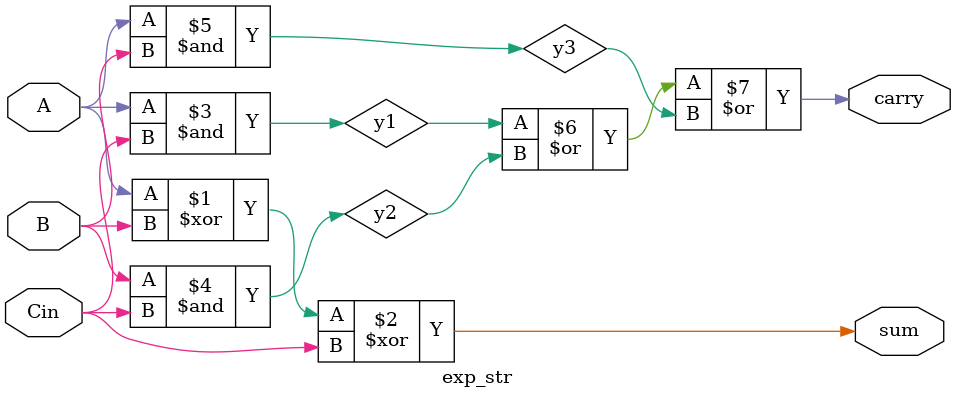
<source format=v>


module exp_str(sum, carry, A, B, Cin);
input A, B, Cin; output sum, carry;
xor g1(sum, A, B, Cin);
wire y1, y2, y3;
and g2(y1, A, Cin);
and g3(y2, B, Cin);
and g4(y3, A, B);
or g5(carry, y1, y2, y3);
endmodule
</source>
